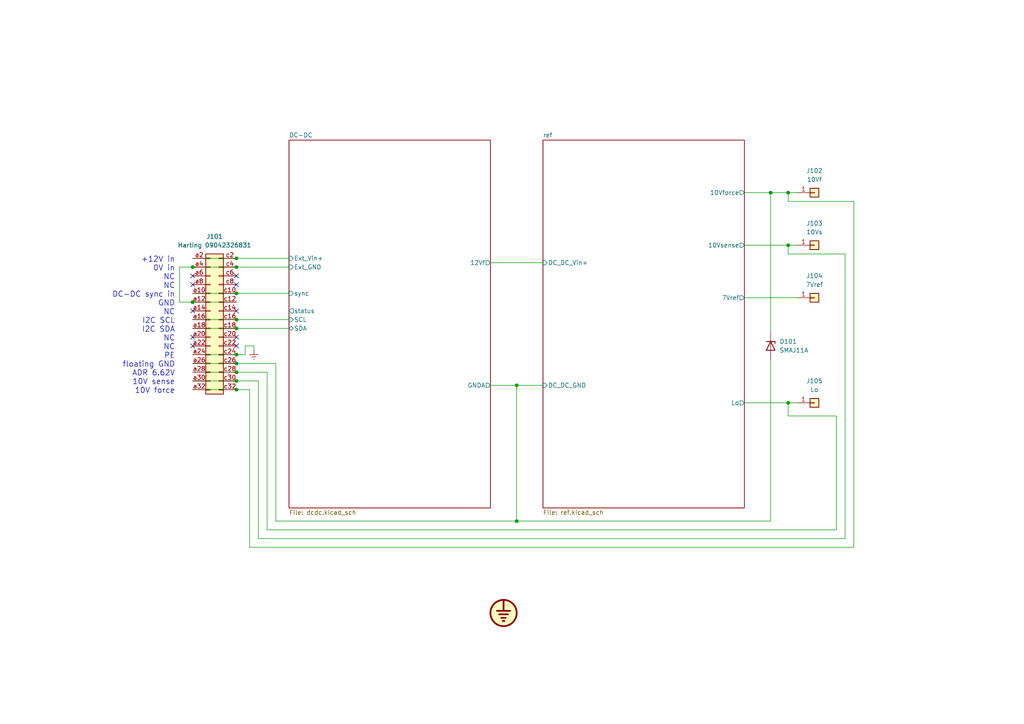
<source format=kicad_sch>
(kicad_sch (version 20211123) (generator eeschema)
  (paper "A4")
  (title_block (title "Parent schematic") (date "2022-03-04") (rev "0.4") (company "RPG") (comment 1 "All resistors 0.1% MF unless otherwise noted") (comment 2 "All capacitors X7R MLCC unless otherwise noted"))
  (lib_symbols
    (symbol "Connector:DIN41612_02x16_AC_EvenPins" (pin_names (offset 1.016) hide)
      (property "Reference" "J" (at 1.27 20.32 0))
      (property "Value" "DIN41612_02x16_AC_EvenPins" (at 1.27 -22.86 0))
      (symbol "DIN41612_02x16_AC_EvenPins_1_1"
        (rectangle (start -1.27 -20.193) (end 0 -20.447) (stroke (width 0.1524)))
        (rectangle (start -1.27 -17.653) (end 0 -17.907) (stroke (width 0.1524)))
        (rectangle (start -1.27 -15.113) (end 0 -15.367) (stroke (width 0.1524)))
        (rectangle (start -1.27 -12.573) (end 0 -12.827) (stroke (width 0.1524)))
        (rectangle (start -1.27 -10.033) (end 0 -10.287) (stroke (width 0.1524)))
        (rectangle (start -1.27 -7.493) (end 0 -7.747) (stroke (width 0.1524)))
        (rectangle (start -1.27 -4.953) (end 0 -5.207) (stroke (width 0.1524)))
        (rectangle (start -1.27 -2.413) (end 0 -2.667) (stroke (width 0.1524)))
        (rectangle (start -1.27 0.127) (end 0 -0.127) (stroke (width 0.1524)))
        (rectangle (start -1.27 2.667) (end 0 2.413) (stroke (width 0.1524)))
        (rectangle (start -1.27 5.207) (end 0 4.953) (stroke (width 0.1524)))
        (rectangle (start -1.27 7.747) (end 0 7.493) (stroke (width 0.1524)))
        (rectangle (start -1.27 10.287) (end 0 10.033) (stroke (width 0.1524)))
        (rectangle (start -1.27 12.827) (end 0 12.573) (stroke (width 0.1524)))
        (rectangle (start -1.27 15.367) (end 0 15.113) (stroke (width 0.1524)))
        (rectangle (start -1.27 17.907) (end 0 17.653) (stroke (width 0.1524)))
        (rectangle (start -1.27 19.05) (end 3.81 -21.59) (stroke (width 0.254)) (fill (type background)))
        (rectangle (start 3.81 -20.193) (end 2.54 -20.447) (stroke (width 0.1524)))
        (rectangle (start 3.81 -17.653) (end 2.54 -17.907) (stroke (width 0.1524)))
        (rectangle (start 3.81 -15.113) (end 2.54 -15.367) (stroke (width 0.1524)))
        (rectangle (start 3.81 -12.573) (end 2.54 -12.827) (stroke (width 0.1524)))
        (rectangle (start 3.81 -10.033) (end 2.54 -10.287) (stroke (width 0.1524)))
        (rectangle (start 3.81 -7.493) (end 2.54 -7.747) (stroke (width 0.1524)))
        (rectangle (start 3.81 -4.953) (end 2.54 -5.207) (stroke (width 0.1524)))
        (rectangle (start 3.81 -2.413) (end 2.54 -2.667) (stroke (width 0.1524)))
        (rectangle (start 3.81 0.127) (end 2.54 -0.127) (stroke (width 0.1524)))
        (rectangle (start 3.81 2.667) (end 2.54 2.413) (stroke (width 0.1524)))
        (rectangle (start 3.81 5.207) (end 2.54 4.953) (stroke (width 0.1524)))
        (rectangle (start 3.81 7.747) (end 2.54 7.493) (stroke (width 0.1524)))
        (rectangle (start 3.81 10.287) (end 2.54 10.033) (stroke (width 0.1524)))
        (rectangle (start 3.81 12.827) (end 2.54 12.573) (stroke (width 0.1524)))
        (rectangle (start 3.81 15.367) (end 2.54 15.113) (stroke (width 0.1524)))
        (rectangle (start 3.81 17.907) (end 2.54 17.653) (stroke (width 0.1524)))
        (pin passive line (at -5.08 7.62 0) (length 3.81) (name "Pin_a10") (number "a10"))
        (pin passive line (at -5.08 5.08 0) (length 3.81) (name "Pin_a12") (number "a12"))
        (pin passive line (at -5.08 2.54 0) (length 3.81) (name "Pin_a14") (number "a14"))
        (pin passive line (at -5.08 0 0) (length 3.81) (name "Pin_a16") (number "a16"))
        (pin passive line (at -5.08 -2.54 0) (length 3.81) (name "Pin_a18") (number "a18"))
        (pin passive line (at -5.08 17.78 0) (length 3.81) (name "Pin_a2") (number "a2"))
        (pin passive line (at -5.08 -5.08 0) (length 3.81) (name "Pin_a20") (number "a20"))
        (pin passive line (at -5.08 -7.62 0) (length 3.81) (name "Pin_a22") (number "a22"))
        (pin passive line (at -5.08 -10.16 0) (length 3.81) (name "Pin_a24") (number "a24"))
        (pin passive line (at -5.08 -12.7 0) (length 3.81) (name "Pin_a26") (number "a26"))
        (pin passive line (at -5.08 -15.24 0) (length 3.81) (name "Pin_a28") (number "a28"))
        (pin passive line (at -5.08 -17.78 0) (length 3.81) (name "Pin_a30") (number "a30"))
        (pin passive line (at -5.08 -20.32 0) (length 3.81) (name "Pin_a32") (number "a32"))
        (pin passive line (at -5.08 15.24 0) (length 3.81) (name "Pin_a4") (number "a4"))
        (pin passive line (at -5.08 12.7 0) (length 3.81) (name "Pin_a6") (number "a6"))
        (pin passive line (at -5.08 10.16 0) (length 3.81) (name "Pin_a8") (number "a8"))
        (pin passive line (at 7.62 7.62 180) (length 3.81) (name "Pin_c10") (number "c10"))
        (pin passive line (at 7.62 5.08 180) (length 3.81) (name "Pin_c12") (number "c12"))
        (pin passive line (at 7.62 2.54 180) (length 3.81) (name "Pin_c14") (number "c14"))
        (pin passive line (at 7.62 0 180) (length 3.81) (name "Pin_c16") (number "c16"))
        (pin passive line (at 7.62 -2.54 180) (length 3.81) (name "Pin_c18") (number "c18"))
        (pin passive line (at 7.62 17.78 180) (length 3.81) (name "Pin_c2") (number "c2"))
        (pin passive line (at 7.62 -5.08 180) (length 3.81) (name "Pin_c20") (number "c20"))
        (pin passive line (at 7.62 -7.62 180) (length 3.81) (name "Pin_c22") (number "c22"))
        (pin passive line (at 7.62 -10.16 180) (length 3.81) (name "Pin_c24") (number "c24"))
        (pin passive line (at 7.62 -12.7 180) (length 3.81) (name "Pin_c26") (number "c26"))
        (pin passive line (at 7.62 -15.24 180) (length 3.81) (name "Pin_c28") (number "c28"))
        (pin passive line (at 7.62 -17.78 180) (length 3.81) (name "Pin_c30") (number "c30"))
        (pin passive line (at 7.62 -20.32 180) (length 3.81) (name "Pin_c32") (number "c32"))
        (pin passive line (at 7.62 15.24 180) (length 3.81) (name "Pin_c4") (number "c4"))
        (pin passive line (at 7.62 12.7 180) (length 3.81) (name "Pin_c6") (number "c6"))
        (pin passive line (at 7.62 10.16 180) (length 3.81) (name "Pin_c8") (number "c8"))
      )
    )
    (symbol "Connector_Generic:Conn_01x01" (pin_names (offset 1.016) hide)
      (property "Reference" "J" (at 0 2.54 0))
      (property "Value" "Conn_01x01" (at 0 -2.54 0))
      (symbol "Conn_01x01_1_1"
        (rectangle (start -1.27 0.127) (end 0 -0.127) (stroke (width 0.1524)))
        (rectangle (start -1.27 1.27) (end 1.27 -1.27) (stroke (width 0.254)) (fill (type background)))
        (pin passive line (at -5.08 0 0) (length 3.81) (name "Pin_1") (number "1"))
      )
    )
    (symbol "Device:D_Zener" (pin_numbers hide) (pin_names (offset 1.016) hide)
      (property "Reference" "D" (at 0 2.54 0))
      (property "Value" "D_Zener" (at 0 -2.54 0))
      (symbol "D_Zener_0_1"
        (polyline (pts (xy 1.27 0) (xy -1.27 0)))
        (polyline (pts (xy -1.27 -1.27) (xy -1.27 1.27) (xy -0.762 1.27)) (stroke (width 0.254)))
        (polyline (pts (xy 1.27 -1.27) (xy 1.27 1.27) (xy -1.27 0) (xy 1.27 -1.27)) (stroke (width 0.254)))
      )
      (symbol "D_Zener_1_1"
        (pin passive line (at -3.81 0 0) (length 2.54) (name "K") (number "1"))
        (pin passive line (at 3.81 0 180) (length 2.54) (name "A") (number "2"))
      )
    )
    (symbol "Graphic:SYM_Earth_Protective_Large" (pin_names (offset 0))
      (symbol "SYM_Earth_Protective_Large_0_1"
        (polyline (pts (xy -1.27 -0.381) (xy 1.27 -0.381)) (stroke (width 0.508)))
        (polyline (pts (xy -0.254 -2.286) (xy 0.254 -2.286)) (stroke (width 0.508)))
        (polyline (pts (xy 0 0.635) (xy 0 3.81)) (stroke (width 0.508)))
        (polyline (pts (xy 1.905 0.635) (xy -1.905 0.635)) (stroke (width 0.508)))
        (polyline (pts (xy 0.635 -1.397) (xy -0.635 -1.397) (xy 0.635 -1.397)) (stroke (width 0.508)))
        (circle (center 0 0) (radius 3.81) (stroke (width 0.508)) (fill (type background)))
      )
    )
    (symbol "power:Earth" (power) (pin_names (offset 0))
      (symbol "Earth_0_1"
        (polyline (pts (xy -0.635 -1.905) (xy 0.635 -1.905)))
        (polyline (pts (xy -0.127 -2.54) (xy 0.127 -2.54)))
        (polyline (pts (xy 0 -1.27) (xy 0 0)))
        (polyline (pts (xy 1.27 -1.27) (xy -1.27 -1.27)))
      )
      (symbol "Earth_1_1"
        (pin power_in line (at 0 0 270) (length 0) hide (name "Earth") (number "1"))
      )
    )
  )
  (junction (at 149.86 111.76))
  (junction (at 228.6 71.12))
  (junction (at 149.86 151.13))
  (junction (at 68.58 74.93))
  (junction (at 68.58 110.49))
  (junction (at 228.6 55.88))
  (junction (at 68.58 107.95))
  (junction (at 68.58 77.47))
  (junction (at 68.58 92.71))
  (junction (at 228.6 116.84))
  (junction (at 55.88 77.47))
  (junction (at 68.58 105.41))
  (junction (at 68.58 85.09))
  (junction (at 68.58 113.03))
  (junction (at 68.58 95.25))
  (junction (at 55.88 87.63))
  (junction (at 223.52 55.88))
  (junction (at 68.58 102.87))
  (no_connect (at 68.58 97.79))
  (no_connect (at 55.88 97.79))
  (no_connect (at 68.58 90.17))
  (no_connect (at 55.88 90.17))
  (no_connect (at 55.88 82.55))
  (no_connect (at 68.58 82.55))
  (no_connect (at 55.88 80.01))
  (no_connect (at 68.58 80.01))
  (no_connect (at 55.88 100.33))
  (no_connect (at 68.58 100.33))
  (wire (pts (xy 245.11 156.21) (xy 74.93 156.21)))
  (wire (pts (xy 228.6 120.65) (xy 228.6 116.84)))
  (wire (pts (xy 52.07 77.47) (xy 52.07 87.63)))
  (wire (pts (xy 242.57 120.65) (xy 228.6 120.65)))
  (wire (pts (xy 228.6 116.84) (xy 231.14 116.84)))
  (wire (pts (xy 72.39 158.75) (xy 72.39 113.03)))
  (wire (pts (xy 55.88 95.25) (xy 68.58 95.25)))
  (wire (pts (xy 68.58 102.87) (xy 71.12 102.87)))
  (wire (pts (xy 55.88 77.47) (xy 52.07 77.47)))
  (wire (pts (xy 68.58 74.93) (xy 83.82 74.93)))
  (wire (pts (xy 55.88 74.93) (xy 68.58 74.93)))
  (wire (pts (xy 142.24 111.76) (xy 149.86 111.76)))
  (wire (pts (xy 228.6 71.12) (xy 215.9 71.12)))
  (wire (pts (xy 247.65 58.42) (xy 247.65 158.75)))
  (wire (pts (xy 71.12 100.33) (xy 73.66 100.33)))
  (wire (pts (xy 228.6 71.12) (xy 228.6 73.66)))
  (wire (pts (xy 231.14 71.12) (xy 228.6 71.12)))
  (wire (pts (xy 149.86 111.76) (xy 149.86 151.13)))
  (wire (pts (xy 142.24 76.2) (xy 157.48 76.2)))
  (wire (pts (xy 247.65 158.75) (xy 72.39 158.75)))
  (wire (pts (xy 55.88 87.63) (xy 68.58 87.63)))
  (wire (pts (xy 242.57 153.67) (xy 242.57 120.65)))
  (wire (pts (xy 55.88 77.47) (xy 68.58 77.47)))
  (wire (pts (xy 228.6 55.88) (xy 228.6 58.42)))
  (wire (pts (xy 215.9 116.84) (xy 228.6 116.84)))
  (wire (pts (xy 71.12 102.87) (xy 71.12 100.33)))
  (wire (pts (xy 228.6 58.42) (xy 247.65 58.42)))
  (wire (pts (xy 77.47 153.67) (xy 242.57 153.67)))
  (wire (pts (xy 55.88 105.41) (xy 68.58 105.41)))
  (wire (pts (xy 55.88 92.71) (xy 68.58 92.71)))
  (wire (pts (xy 245.11 73.66) (xy 245.11 156.21)))
  (wire (pts (xy 223.52 55.88) (xy 215.9 55.88)))
  (wire (pts (xy 55.88 102.87) (xy 68.58 102.87)))
  (wire (pts (xy 52.07 87.63) (xy 55.88 87.63)))
  (wire (pts (xy 228.6 73.66) (xy 245.11 73.66)))
  (wire (pts (xy 149.86 151.13) (xy 80.01 151.13)))
  (wire (pts (xy 73.66 100.33) (xy 73.66 101.6)))
  (wire (pts (xy 55.88 110.49) (xy 68.58 110.49)))
  (wire (pts (xy 68.58 92.71) (xy 83.82 92.71)))
  (wire (pts (xy 228.6 55.88) (xy 223.52 55.88)))
  (wire (pts (xy 223.52 151.13) (xy 149.86 151.13)))
  (wire (pts (xy 72.39 113.03) (xy 68.58 113.03)))
  (wire (pts (xy 231.14 55.88) (xy 228.6 55.88)))
  (wire (pts (xy 55.88 85.09) (xy 68.58 85.09)))
  (wire (pts (xy 68.58 77.47) (xy 83.82 77.47)))
  (wire (pts (xy 149.86 111.76) (xy 157.48 111.76)))
  (wire (pts (xy 55.88 113.03) (xy 68.58 113.03)))
  (wire (pts (xy 68.58 105.41) (xy 80.01 105.41)))
  (wire (pts (xy 223.52 104.14) (xy 223.52 151.13)))
  (wire (pts (xy 231.14 86.36) (xy 215.9 86.36)))
  (wire (pts (xy 74.93 110.49) (xy 74.93 156.21)))
  (wire (pts (xy 68.58 107.95) (xy 77.47 107.95)))
  (wire (pts (xy 68.58 110.49) (xy 74.93 110.49)))
  (wire (pts (xy 80.01 105.41) (xy 80.01 151.13)))
  (wire (pts (xy 68.58 95.25) (xy 83.82 95.25)))
  (wire (pts (xy 55.88 107.95) (xy 68.58 107.95)))
  (wire (pts (xy 223.52 55.88) (xy 223.52 96.52)))
  (wire (pts (xy 68.58 85.09) (xy 83.82 85.09)))
  (wire (pts (xy 77.47 107.95) (xy 77.47 153.67)))
  (text "+12V in\n0V in\nNC\nNC\nDC-DC sync in\nGND\nNC\nI2C SCL\nI2C SDA\nNC\nNC\nPE\nfloating GND\nADR 6.62V\n10V sense\n10V force" (at 50.8 114.3 0) (effects (font (size 1.5748 1.5748)) (justify right bottom)))
  (symbol (lib_id "Device:D_Zener") (at 223.52 100.33 270) (unit 1)
    (property "Reference" "D101" (at 226.06 99.0599 90) (effects (justify left)))
    (property "Value" "SMAJ11A‎" (at 226.06 101.5999 90) (effects (justify left)))
    (property "Footprint" "Diode_SMD:D_SMA" (effects hide))
  )
  (symbol (lib_id "Connector_Generic:Conn_01x01") (at 236.22 86.36 0) (mirror x) (unit 1) (in_bom no)
    (property "Reference" "J104" (at 236.22 80.01 0))
    (property "Value" "7Vref" (at 236.22 82.55 0))
    (property "Footprint" "Connector_Wire:SolderWire-1sqmm_1x01_D1.4mm_OD3.9mm" (effects hide))
  )
  (symbol (lib_id "Connector_Generic:Conn_01x01") (at 236.22 116.84 0) (mirror x) (unit 1) (in_bom no)
    (property "Reference" "J105" (at 236.22 110.49 0))
    (property "Value" "Lo" (at 236.22 113.03 0))
    (property "Footprint" "Connector_Wire:SolderWire-1sqmm_1x01_D1.4mm_OD3.9mm" (effects hide))
  )
  (symbol (lib_id "Connector_Generic:Conn_01x01") (at 236.22 71.12 0) (mirror x) (unit 1) (in_bom no)
    (property "Reference" "J103" (at 236.22 64.77 0))
    (property "Value" "10Vs" (at 236.22 67.31 0))
    (property "Footprint" "Connector_Wire:SolderWire-1sqmm_1x01_D1.4mm_OD3.9mm" (effects hide))
  )
  (symbol (lib_id "power:Earth") (at 73.66 101.6 0) (unit 1)
    (property "Reference" "#PWR0101" (effects hide))
    (property "Value" "Earth" (effects hide))
  )
  (symbol (lib_id "Connector_Generic:Conn_01x01") (at 236.22 55.88 0) (mirror x) (unit 1) (in_bom no)
    (property "Reference" "J102" (at 236.22 49.53 0))
    (property "Value" "10Vf" (at 236.22 52.07 0))
    (property "Footprint" "Connector_Wire:SolderWire-1sqmm_1x01_D1.4mm_OD3.9mm" (effects hide))
  )
  (symbol (lib_id "Graphic:SYM_Earth_Protective_Large") (at 146.05 177.8 0) (unit 1) (in_bom no)
    (property "Reference" "SYM101" (effects hide))
    (property "Value" "OSMU" (effects hide))
    (property "Footprint" "ADRmu_Library:osmu_logo" (effects hide))
  )
  (symbol (lib_id "Connector:DIN41612_02x16_AC_EvenPins") (at 60.96 92.71 0) (unit 1)
    (property "Reference" "J101" (at 62.23 68.58 0))
    (property "Value" "Harting 09042326831" (at 62.23 71.12 0))
    (property "Footprint" "Connector_DIN:DIN41612_D_2x16_Male_Horizontal_THT" (effects hide))
  )
  (sheet (at 157.48 40.64) (size 58.42 106.68) (stroke (width 0.1524))
    (property "Sheet name" "ref" (at 157.48 39.9284 0) (effects (justify left bottom)))
    (property "Sheet file" "ref.kicad_sch" (at 157.48 147.9046 0) (effects (justify left top)))
    (pin "10Vforce" output (at 215.9 55.88 0))
    (pin "10Vsense" output (at 215.9 71.12 0))
    (pin "7Vref" output (at 215.9 86.36 0))
    (pin "DC_DC_GND" input (at 157.48 111.76 180))
    (pin "DC_DC_Vin+" input (at 157.48 76.2 180))
    (pin "Lo" output (at 215.9 116.84 0))
  )
  (sheet (at 83.82 40.64) (size 58.42 106.68) (stroke (width 0.1524))
    (property "Sheet name" "DC-DC" (at 83.82 39.9284 0) (effects (justify left bottom)))
    (property "Sheet file" "dcdc.kicad_sch" (at 83.82 147.9046 0) (effects (justify left top)))
    (pin "SCL" input (at 83.82 92.71 180))
    (pin "SDA" bidirectional (at 83.82 95.25 180))
    (pin "sync" input (at 83.82 85.09 180))
    (pin "GNDA" output (at 142.24 111.76 0))
    (pin "12Vf" output (at 142.24 76.2 0))
    (pin "Ext_Vin+" input (at 83.82 74.93 180))
    (pin "Ext_GND" input (at 83.82 77.47 180))
    (pin "status" output (at 83.82 90.17 180))
  )
)
</source>
